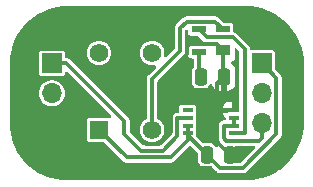
<source format=gtl>
%TF.GenerationSoftware,KiCad,Pcbnew,7.0.5*%
%TF.CreationDate,2024-02-18T08:35:53+02:00*%
%TF.ProjectId,Clock Push Button,436c6f63-6b20-4507-9573-682042757474,V1*%
%TF.SameCoordinates,PX6d01460PY32de760*%
%TF.FileFunction,Copper,L1,Top*%
%TF.FilePolarity,Positive*%
%FSLAX46Y46*%
G04 Gerber Fmt 4.6, Leading zero omitted, Abs format (unit mm)*
G04 Created by KiCad (PCBNEW 7.0.5) date 2024-02-18 08:35:53*
%MOMM*%
%LPD*%
G01*
G04 APERTURE LIST*
G04 Aperture macros list*
%AMRoundRect*
0 Rectangle with rounded corners*
0 $1 Rounding radius*
0 $2 $3 $4 $5 $6 $7 $8 $9 X,Y pos of 4 corners*
0 Add a 4 corners polygon primitive as box body*
4,1,4,$2,$3,$4,$5,$6,$7,$8,$9,$2,$3,0*
0 Add four circle primitives for the rounded corners*
1,1,$1+$1,$2,$3*
1,1,$1+$1,$4,$5*
1,1,$1+$1,$6,$7*
1,1,$1+$1,$8,$9*
0 Add four rect primitives between the rounded corners*
20,1,$1+$1,$2,$3,$4,$5,0*
20,1,$1+$1,$4,$5,$6,$7,0*
20,1,$1+$1,$6,$7,$8,$9,0*
20,1,$1+$1,$8,$9,$2,$3,0*%
G04 Aperture macros list end*
%TA.AperFunction,ComponentPad*%
%ADD10R,1.575000X1.575000*%
%TD*%
%TA.AperFunction,ComponentPad*%
%ADD11C,1.575000*%
%TD*%
%TA.AperFunction,SMDPad,CuDef*%
%ADD12R,0.950000X0.450000*%
%TD*%
%TA.AperFunction,SMDPad,CuDef*%
%ADD13R,1.310000X0.940000*%
%TD*%
%TA.AperFunction,SMDPad,CuDef*%
%ADD14R,1.310000X0.550000*%
%TD*%
%TA.AperFunction,SMDPad,CuDef*%
%ADD15RoundRect,0.250000X-0.250000X-0.475000X0.250000X-0.475000X0.250000X0.475000X-0.250000X0.475000X0*%
%TD*%
%TA.AperFunction,ComponentPad*%
%ADD16R,1.700000X1.700000*%
%TD*%
%TA.AperFunction,ComponentPad*%
%ADD17O,1.700000X1.700000*%
%TD*%
%TA.AperFunction,Conductor*%
%ADD18C,0.380000*%
%TD*%
G04 APERTURE END LIST*
D10*
%TO.P,S2,1,C1*%
%TO.N,/3.3V*%
X3998400Y-5637600D03*
D11*
%TO.P,S2,2,C2*%
%TO.N,unconnected-(S2-C2-Pad2)*%
X3998400Y862400D03*
%TO.P,S2,3,N1*%
%TO.N,Net-(IC2-IN)*%
X8498400Y-5637600D03*
%TO.P,S2,4,N2*%
%TO.N,unconnected-(S2-N2-Pad4)*%
X8498400Y862400D03*
%TD*%
D12*
%TO.P,IC3,1,CP*%
%TO.N,Net-(IC2-OUT)*%
X15460765Y-5928000D03*
%TO.P,IC3,2,D*%
%TO.N,/CLK*%
X15460765Y-5278000D03*
%TO.P,IC3,3,~{Q}*%
X15460765Y-4628000D03*
%TO.P,IC3,4,GND*%
%TO.N,/GND*%
X15460765Y-3978000D03*
%TO.P,IC3,5,Q*%
%TO.N,unconnected-(IC3-Q-Pad5)*%
X11510765Y-3978000D03*
%TO.P,IC3,6,~{RD}*%
%TO.N,/~{Reset}*%
X11510765Y-4628000D03*
%TO.P,IC3,7,~{SD}*%
%TO.N,/3.3V*%
X11510765Y-5278000D03*
%TO.P,IC3,8,3V*%
X11510765Y-5928000D03*
%TD*%
D13*
%TO.P,IC2,1,GND*%
%TO.N,/GND*%
X14467500Y1140000D03*
D14*
%TO.P,IC2,2,IN*%
%TO.N,Net-(IC2-IN)*%
X14467500Y2865000D03*
%TO.P,IC2,3,OUT*%
%TO.N,Net-(IC2-OUT)*%
X12467500Y2865000D03*
%TO.P,IC2,4,VCC*%
%TO.N,/3.3V*%
X12467500Y945000D03*
%TD*%
D15*
%TO.P,C2,1*%
%TO.N,/3.3V*%
X12653365Y-1143000D03*
%TO.P,C2,2*%
%TO.N,/GND*%
X14553365Y-1143000D03*
%TD*%
%TO.P,C1,1*%
%TO.N,/3.3V*%
X13163000Y-7747000D03*
%TO.P,C1,2*%
%TO.N,/GND*%
X15063000Y-7747000D03*
%TD*%
D16*
%TO.P,J1,1,Pin_1*%
%TO.N,/~{Reset}*%
X0Y0D03*
D17*
%TO.P,J1,2,Pin_2*%
%TO.N,unconnected-(J1-Pin_2-Pad2)*%
X0Y-2540000D03*
%TO.P,J1,3,Pin_3*%
%TO.N,/GND*%
X0Y-5080000D03*
%TD*%
D16*
%TO.P,J2,1,Pin_1*%
%TO.N,/3.3V*%
X17780000Y0D03*
D17*
%TO.P,J2,2,Pin_2*%
%TO.N,unconnected-(J2-Pin_2-Pad2)*%
X17780000Y-2540000D03*
%TO.P,J2,3,Pin_3*%
%TO.N,/CLK*%
X17780000Y-5080000D03*
%TD*%
D18*
%TO.N,/GND*%
X7320900Y-6125337D02*
X7320900Y-4907900D01*
X11422500Y762000D02*
X10065765Y-594735D01*
X7320900Y-4907900D02*
X1173000Y1240000D01*
X14467500Y1140000D02*
X13997500Y1610000D01*
X14467500Y1140000D02*
X14467500Y-1057135D01*
X15063000Y-7747000D02*
X14015765Y-6699765D01*
X9059900Y-6815100D02*
X8010663Y-6815100D01*
X1173000Y1240000D02*
X-1240000Y1240000D01*
X15460765Y-3978000D02*
X14605765Y-3978000D01*
X14015765Y-1680600D02*
X14553365Y-1143000D01*
X14564765Y-3937000D02*
X14015765Y-3937000D01*
X-1270000Y1210000D02*
X-1270000Y-3810000D01*
X14015765Y-3937000D02*
X14015765Y-1680600D01*
X14605765Y-3978000D02*
X14564765Y-3937000D01*
X-1270000Y-3810000D02*
X0Y-5080000D01*
X11422500Y1610000D02*
X11422500Y762000D01*
X10065765Y-594735D02*
X10065765Y-5809235D01*
X13997500Y1610000D02*
X11422500Y1610000D01*
X8010663Y-6815100D02*
X7320900Y-6125337D01*
X-1240000Y1240000D02*
X-1270000Y1210000D01*
X14015765Y-6699765D02*
X14015765Y-3937000D01*
X10065765Y-5809235D02*
X9059900Y-6815100D01*
%TO.N,/3.3V*%
X6335900Y-7975100D02*
X3998400Y-5637600D01*
X14278000Y-8862000D02*
X13163000Y-7747000D01*
X12467500Y945000D02*
X12467500Y-957135D01*
X16157000Y-8862000D02*
X14278000Y-8862000D01*
X11510765Y-5928000D02*
X11510765Y-5278000D01*
X19020000Y-1240000D02*
X19020000Y-5999000D01*
X10068665Y-7975100D02*
X6335900Y-7975100D01*
X17780000Y0D02*
X19020000Y-1240000D01*
X11510765Y-6533000D02*
X10068665Y-7975100D01*
X11510765Y-5928000D02*
X11510765Y-6094765D01*
X11510765Y-5928000D02*
X11510765Y-6533000D01*
X19020000Y-5999000D02*
X16157000Y-8862000D01*
X11510765Y-6094765D02*
X13163000Y-7747000D01*
%TO.N,Net-(IC2-IN)*%
X10842500Y2950000D02*
X11422500Y3530000D01*
X13802500Y3530000D02*
X14467500Y2865000D01*
X10842500Y1030000D02*
X10842500Y2950000D01*
X11422500Y3530000D02*
X13802500Y3530000D01*
X8498400Y-5637600D02*
X8498400Y-1314100D01*
X8498400Y-1314100D02*
X10842500Y1030000D01*
%TO.N,Net-(IC2-OUT)*%
X13142500Y2190000D02*
X15322500Y2190000D01*
X16325765Y-5918000D02*
X16315765Y-5928000D01*
X15322500Y2190000D02*
X16325765Y1186735D01*
X16325765Y1186735D02*
X16325765Y-5918000D01*
X16315765Y-5928000D02*
X15460765Y-5928000D01*
X12467500Y2865000D02*
X13142500Y2190000D01*
%TO.N,/CLK*%
X17780000Y-6350000D02*
X17780000Y-5080000D01*
X17587000Y-6543000D02*
X17780000Y-6350000D01*
X14770000Y-6543000D02*
X17587000Y-6543000D01*
X14595765Y-5288000D02*
X14595765Y-6368765D01*
X14595765Y-6368765D02*
X14770000Y-6543000D01*
X15460765Y-5278000D02*
X14605765Y-5278000D01*
X14605765Y-5278000D02*
X14595765Y-5288000D01*
X15460765Y-4628000D02*
X15460765Y-5278000D01*
%TO.N,/~{Reset}*%
X10645765Y-6176479D02*
X9427144Y-7395100D01*
X7590856Y-7395100D02*
X6151000Y-5955244D01*
X1230000Y0D02*
X0Y0D01*
X6151000Y-5955244D02*
X6151000Y-4921000D01*
X10645765Y-4638000D02*
X10645765Y-6176479D01*
X9427144Y-7395100D02*
X7590856Y-7395100D01*
X6151000Y-4921000D02*
X1230000Y0D01*
X11510765Y-4628000D02*
X10655765Y-4628000D01*
X10655765Y-4628000D02*
X10645765Y-4638000D01*
%TD*%
%TA.AperFunction,Conductor*%
%TO.N,/GND*%
G36*
X5019041Y-4412002D02*
G01*
X5052526Y-4473325D01*
X5047542Y-4543017D01*
X5005670Y-4598950D01*
X4940206Y-4623367D01*
X4895690Y-4616154D01*
X4895619Y-4616516D01*
X4885489Y-4614501D01*
X4883909Y-4614245D01*
X4883638Y-4614132D01*
X4810577Y-4599600D01*
X4810574Y-4599600D01*
X3186226Y-4599600D01*
X3186223Y-4599600D01*
X3113164Y-4614132D01*
X3113160Y-4614133D01*
X3030299Y-4669499D01*
X2974933Y-4752360D01*
X2974932Y-4752364D01*
X2960400Y-4825421D01*
X2960400Y-6449778D01*
X2974932Y-6522835D01*
X2974933Y-6522839D01*
X2974934Y-6522840D01*
X3030299Y-6605701D01*
X3083859Y-6641488D01*
X3113160Y-6661066D01*
X3113164Y-6661067D01*
X3186221Y-6675599D01*
X3186224Y-6675600D01*
X3186226Y-6675600D01*
X4362077Y-6675600D01*
X4429116Y-6695285D01*
X4449758Y-6711919D01*
X6004455Y-8266616D01*
X6009091Y-8271804D01*
X6026194Y-8293249D01*
X6032899Y-8301657D01*
X6073712Y-8329483D01*
X6079999Y-8333769D01*
X6081882Y-8335106D01*
X6127742Y-8368952D01*
X6127746Y-8368953D01*
X6135123Y-8372852D01*
X6142613Y-8376459D01*
X6142615Y-8376460D01*
X6170579Y-8385085D01*
X6197084Y-8393261D01*
X6199270Y-8393980D01*
X6253081Y-8412810D01*
X6253086Y-8412810D01*
X6261256Y-8414356D01*
X6269504Y-8415599D01*
X6269505Y-8415600D01*
X6326496Y-8415600D01*
X6328777Y-8415642D01*
X6385777Y-8417775D01*
X6395010Y-8416735D01*
X6395106Y-8417589D01*
X6410220Y-8415600D01*
X10040437Y-8415600D01*
X10047377Y-8415989D01*
X10077316Y-8419363D01*
X10085321Y-8420265D01*
X10085321Y-8420264D01*
X10085322Y-8420265D01*
X10141369Y-8409659D01*
X10143636Y-8409275D01*
X10199971Y-8400785D01*
X10207942Y-8398326D01*
X10215792Y-8395579D01*
X10215792Y-8395578D01*
X10215796Y-8395578D01*
X10266194Y-8368940D01*
X10268240Y-8367908D01*
X10319611Y-8343170D01*
X10319613Y-8343167D01*
X10326469Y-8338493D01*
X10333197Y-8333529D01*
X10337243Y-8329483D01*
X10373502Y-8293222D01*
X10375125Y-8291658D01*
X10416952Y-8252850D01*
X10416954Y-8252846D01*
X10422747Y-8245582D01*
X10423423Y-8246121D01*
X10432696Y-8234028D01*
X11642201Y-7024524D01*
X11703524Y-6991039D01*
X11773216Y-6996023D01*
X11817563Y-7024524D01*
X12376181Y-7583142D01*
X12409666Y-7644465D01*
X12412500Y-7670823D01*
X12412500Y-8269870D01*
X12412501Y-8269876D01*
X12418908Y-8329483D01*
X12469202Y-8464328D01*
X12469206Y-8464335D01*
X12555452Y-8579544D01*
X12555455Y-8579547D01*
X12670664Y-8665793D01*
X12670671Y-8665797D01*
X12715618Y-8682561D01*
X12805517Y-8716091D01*
X12865127Y-8722500D01*
X13460872Y-8722499D01*
X13464176Y-8722499D01*
X13531215Y-8742183D01*
X13551857Y-8758818D01*
X13946555Y-9153516D01*
X13951191Y-9158704D01*
X13967633Y-9179320D01*
X13974999Y-9188557D01*
X14022121Y-9220684D01*
X14023970Y-9221996D01*
X14027164Y-9224353D01*
X14069841Y-9255851D01*
X14077216Y-9259748D01*
X14084713Y-9263359D01*
X14084715Y-9263360D01*
X14139206Y-9280167D01*
X14141368Y-9280879D01*
X14195181Y-9299710D01*
X14195186Y-9299710D01*
X14203356Y-9301256D01*
X14211604Y-9302499D01*
X14211605Y-9302500D01*
X14268596Y-9302500D01*
X14270877Y-9302542D01*
X14327877Y-9304675D01*
X14337110Y-9303635D01*
X14337206Y-9304489D01*
X14352320Y-9302500D01*
X15494000Y-9302500D01*
X15494000Y-9909500D01*
X2286000Y-9909500D01*
X2285999Y-1678960D01*
X5019041Y-4412002D01*
G37*
%TD.AperFunction*%
%TA.AperFunction,Conductor*%
G36*
X15493999Y2598080D02*
G01*
X15461311Y2608163D01*
X15459122Y2608884D01*
X15457145Y2609575D01*
X15456015Y2609971D01*
X15399250Y2650707D01*
X15373519Y2715666D01*
X15373000Y2727002D01*
X15373000Y3164677D01*
X15372999Y3164679D01*
X15358467Y3237736D01*
X15358466Y3237740D01*
X15329265Y3281443D01*
X15303101Y3320601D01*
X15220240Y3375966D01*
X15220239Y3375967D01*
X15220235Y3375968D01*
X15147177Y3390500D01*
X15147174Y3390500D01*
X14616323Y3390500D01*
X14549284Y3410185D01*
X14528642Y3426819D01*
X14133943Y3821518D01*
X14129306Y3826706D01*
X14105499Y3856559D01*
X14058393Y3888676D01*
X14056503Y3890017D01*
X14011395Y3923307D01*
X14010657Y3923852D01*
X14010655Y3923853D01*
X14003294Y3927744D01*
X13995784Y3931361D01*
X13941318Y3948161D01*
X13939115Y3948886D01*
X13885319Y3967711D01*
X13877140Y3969259D01*
X13868899Y3970500D01*
X13868895Y3970500D01*
X13811904Y3970500D01*
X13809622Y3970543D01*
X13785561Y3971443D01*
X13752622Y3972676D01*
X13743390Y3971635D01*
X13743293Y3972490D01*
X13728180Y3970500D01*
X11450727Y3970500D01*
X11443788Y3970890D01*
X11429584Y3972490D01*
X11405844Y3975166D01*
X11349832Y3964568D01*
X11347547Y3964180D01*
X11291193Y3955686D01*
X11283238Y3953233D01*
X11275368Y3950478D01*
X11224993Y3923855D01*
X11222926Y3922812D01*
X11171553Y3898071D01*
X11164697Y3893397D01*
X11157964Y3888427D01*
X11117685Y3848148D01*
X11116017Y3846541D01*
X11074210Y3807749D01*
X11068419Y3800486D01*
X11067749Y3801020D01*
X11058468Y3788931D01*
X10550981Y3281443D01*
X10545794Y3276808D01*
X10515943Y3253002D01*
X10515941Y3253000D01*
X10483831Y3205904D01*
X10482491Y3204016D01*
X10448648Y3158159D01*
X10444748Y3150779D01*
X10441140Y3143285D01*
X10424341Y3088828D01*
X10423617Y3086628D01*
X10404790Y3032822D01*
X10403245Y3024660D01*
X10402000Y3016395D01*
X10402000Y2959405D01*
X10401957Y2957121D01*
X10401134Y2935131D01*
X10399824Y2900123D01*
X10400865Y2890890D01*
X10400008Y2890794D01*
X10402000Y2875681D01*
X10402000Y1263825D01*
X10382315Y1196786D01*
X10365681Y1176144D01*
X9729004Y539467D01*
X9667681Y505982D01*
X9597989Y510966D01*
X9542056Y552838D01*
X9517639Y618302D01*
X9521498Y652683D01*
X9520193Y652942D01*
X9521380Y658913D01*
X9521380Y658915D01*
X9521381Y658917D01*
X9541422Y862400D01*
X9521381Y1065883D01*
X9462027Y1261547D01*
X9462025Y1261550D01*
X9462025Y1261552D01*
X9365644Y1441867D01*
X9365642Y1441869D01*
X9365641Y1441872D01*
X9300152Y1521671D01*
X9235928Y1599929D01*
X9077873Y1729640D01*
X9077866Y1729645D01*
X8897551Y1826026D01*
X8701881Y1885382D01*
X8498400Y1905422D01*
X8294918Y1885382D01*
X8099248Y1826026D01*
X7918933Y1729645D01*
X7918926Y1729640D01*
X7760871Y1599929D01*
X7631160Y1441874D01*
X7631155Y1441867D01*
X7534774Y1261552D01*
X7475418Y1065882D01*
X7455378Y862401D01*
X7475418Y658919D01*
X7534774Y463249D01*
X7631155Y282934D01*
X7631160Y282927D01*
X7760871Y124872D01*
X7816850Y78932D01*
X7918928Y-4841D01*
X7918931Y-4842D01*
X7918933Y-4844D01*
X8099248Y-101225D01*
X8099250Y-101225D01*
X8099253Y-101227D01*
X8294917Y-160581D01*
X8498400Y-180622D01*
X8701883Y-160581D01*
X8701885Y-160580D01*
X8701887Y-160580D01*
X8707858Y-159393D01*
X8708332Y-161777D01*
X8767473Y-161225D01*
X8826602Y-198448D01*
X8856220Y-261730D01*
X8846923Y-330978D01*
X8821333Y-368204D01*
X8206881Y-982657D01*
X8201694Y-987292D01*
X8171843Y-1011098D01*
X8171841Y-1011100D01*
X8139731Y-1058196D01*
X8138391Y-1060084D01*
X8104548Y-1105941D01*
X8100648Y-1113321D01*
X8097040Y-1120815D01*
X8080241Y-1175272D01*
X8079517Y-1177472D01*
X8060690Y-1231278D01*
X8059145Y-1239440D01*
X8057900Y-1247705D01*
X8057900Y-1304695D01*
X8057857Y-1306979D01*
X8057034Y-1328969D01*
X8055724Y-1363977D01*
X8056765Y-1373210D01*
X8055908Y-1373306D01*
X8057900Y-1388419D01*
X8057900Y-4621753D01*
X8038215Y-4688792D01*
X7992355Y-4731110D01*
X7918926Y-4770359D01*
X7760871Y-4900071D01*
X7631160Y-5058126D01*
X7631155Y-5058133D01*
X7534774Y-5238448D01*
X7475418Y-5434118D01*
X7455378Y-5637599D01*
X7475418Y-5841081D01*
X7534774Y-6036751D01*
X7631155Y-6217066D01*
X7631160Y-6217073D01*
X7760871Y-6375128D01*
X7851833Y-6449778D01*
X7918928Y-6504841D01*
X7918931Y-6504842D01*
X7918933Y-6504844D01*
X8099248Y-6601225D01*
X8099250Y-6601225D01*
X8099253Y-6601227D01*
X8294917Y-6660581D01*
X8498400Y-6680622D01*
X8701883Y-6660581D01*
X8897547Y-6601227D01*
X9077872Y-6504841D01*
X9235928Y-6375128D01*
X9365641Y-6217072D01*
X9431133Y-6094545D01*
X9462025Y-6036751D01*
X9462025Y-6036750D01*
X9462027Y-6036747D01*
X9521381Y-5841083D01*
X9541422Y-5637600D01*
X9521381Y-5434117D01*
X9462027Y-5238453D01*
X9462025Y-5238450D01*
X9462025Y-5238448D01*
X9365644Y-5058133D01*
X9365642Y-5058131D01*
X9365641Y-5058128D01*
X9311858Y-4992593D01*
X9235928Y-4900071D01*
X9077873Y-4770360D01*
X9077866Y-4770354D01*
X9004446Y-4731111D01*
X8954601Y-4682149D01*
X8938899Y-4621753D01*
X8938899Y-3253000D01*
X8938899Y-1547918D01*
X8958584Y-1480883D01*
X8975213Y-1460246D01*
X11134028Y698569D01*
X11139196Y703188D01*
X11169057Y726999D01*
X11201194Y774138D01*
X11202482Y775954D01*
X11236352Y821843D01*
X11236353Y821845D01*
X11240243Y829206D01*
X11243856Y836711D01*
X11243860Y836715D01*
X11260661Y891189D01*
X11261385Y893386D01*
X11280210Y947181D01*
X11280210Y947188D01*
X11281756Y955358D01*
X11282997Y963597D01*
X11283000Y963605D01*
X11282999Y1020595D01*
X11283041Y1022880D01*
X11285175Y1079877D01*
X11285174Y1079878D01*
X11284135Y1089107D01*
X11284988Y1089204D01*
X11283000Y1104318D01*
X11283000Y2716178D01*
X11302685Y2783217D01*
X11319312Y2803853D01*
X11350321Y2834862D01*
X11411640Y2868345D01*
X11481332Y2863361D01*
X11537266Y2821491D01*
X11561684Y2756027D01*
X11562000Y2747179D01*
X11562000Y2565322D01*
X11576532Y2492265D01*
X11576533Y2492261D01*
X11576534Y2492260D01*
X11631899Y2409399D01*
X11714760Y2354034D01*
X11714764Y2354033D01*
X11787821Y2339501D01*
X11787824Y2339500D01*
X11787826Y2339500D01*
X12318677Y2339500D01*
X12385716Y2319815D01*
X12406358Y2303181D01*
X12811055Y1898484D01*
X12815691Y1893296D01*
X12832451Y1872280D01*
X12839499Y1863443D01*
X12886621Y1831316D01*
X12888470Y1830004D01*
X12893859Y1826027D01*
X12934341Y1796149D01*
X12941716Y1792252D01*
X12949213Y1788641D01*
X12949215Y1788640D01*
X13003706Y1771833D01*
X13005868Y1771121D01*
X13059681Y1752290D01*
X13059686Y1752290D01*
X13067856Y1750744D01*
X13076104Y1749501D01*
X13076105Y1749500D01*
X13133095Y1749500D01*
X13135379Y1749458D01*
X13192377Y1747325D01*
X13192378Y1747326D01*
X13193135Y1747297D01*
X13259392Y1725120D01*
X13303141Y1670643D01*
X13312500Y1623384D01*
X13312500Y1588710D01*
X13292815Y1521671D01*
X13240011Y1475916D01*
X13170853Y1465972D01*
X13164312Y1467092D01*
X13147176Y1470500D01*
X13147174Y1470500D01*
X11787826Y1470500D01*
X11787823Y1470500D01*
X11714764Y1455968D01*
X11714760Y1455967D01*
X11631899Y1400601D01*
X11576533Y1317740D01*
X11576532Y1317736D01*
X11562000Y1244679D01*
X11562000Y645322D01*
X11576532Y572265D01*
X11576533Y572261D01*
X11576534Y572260D01*
X11631899Y489399D01*
X11685034Y453896D01*
X11714760Y434034D01*
X11714764Y434033D01*
X11787821Y419501D01*
X11787824Y419500D01*
X11787826Y419500D01*
X11903000Y419500D01*
X11970039Y399815D01*
X12015794Y347011D01*
X12027000Y295500D01*
X12026999Y-294320D01*
X12007314Y-361360D01*
X12002267Y-368629D01*
X11959570Y-425665D01*
X11959567Y-425671D01*
X11909273Y-560517D01*
X11902866Y-620116D01*
X11902865Y-620135D01*
X11902865Y-1665870D01*
X11902866Y-1665876D01*
X11909273Y-1725483D01*
X11959567Y-1860328D01*
X11959571Y-1860335D01*
X12045817Y-1975544D01*
X12045820Y-1975547D01*
X12161029Y-2061793D01*
X12161036Y-2061797D01*
X12205983Y-2078561D01*
X12295882Y-2112091D01*
X12355492Y-2118500D01*
X12951237Y-2118499D01*
X13010848Y-2112091D01*
X13145696Y-2061796D01*
X13260911Y-1975546D01*
X13347161Y-1860331D01*
X13354545Y-1840532D01*
X13396415Y-1784598D01*
X13461879Y-1760179D01*
X13530152Y-1775029D01*
X13579559Y-1824433D01*
X13588434Y-1844859D01*
X13619006Y-1937119D01*
X13619008Y-1937124D01*
X13711049Y-2086345D01*
X13835019Y-2210315D01*
X13984240Y-2302356D01*
X13984245Y-2302358D01*
X14150667Y-2357505D01*
X14150674Y-2357506D01*
X14253384Y-2367999D01*
X14303364Y-2367998D01*
X14303365Y-2367998D01*
X14303365Y-1017000D01*
X14323050Y-949961D01*
X14375854Y-904206D01*
X14427365Y-893000D01*
X14679365Y-893000D01*
X14746404Y-912685D01*
X14792159Y-965489D01*
X14803365Y-1017000D01*
X14803365Y-2367999D01*
X14853337Y-2367999D01*
X14853351Y-2367998D01*
X14956062Y-2357505D01*
X15122484Y-2302358D01*
X15122489Y-2302356D01*
X15271710Y-2210315D01*
X15395680Y-2086345D01*
X15487721Y-1937124D01*
X15487723Y-1937119D01*
X15494000Y-1918176D01*
X15494000Y-4152500D01*
X14961089Y-4152500D01*
X14888024Y-4167033D01*
X14865471Y-4182103D01*
X14798793Y-4202980D01*
X14796582Y-4203000D01*
X14485765Y-4203000D01*
X14485765Y-4250844D01*
X14492166Y-4310372D01*
X14492168Y-4310379D01*
X14542410Y-4445086D01*
X14542412Y-4445088D01*
X14628574Y-4560186D01*
X14628579Y-4560191D01*
X14685575Y-4602859D01*
X14727446Y-4658792D01*
X14735264Y-4702110D01*
X14735265Y-4710531D01*
X14715588Y-4777573D01*
X14662790Y-4823334D01*
X14597385Y-4833767D01*
X14589108Y-4832834D01*
X14533112Y-4843430D01*
X14530827Y-4843818D01*
X14474457Y-4852315D01*
X14466523Y-4854762D01*
X14458632Y-4857523D01*
X14408260Y-4884145D01*
X14406192Y-4885189D01*
X14354816Y-4909931D01*
X14347971Y-4914597D01*
X14341230Y-4919573D01*
X14304245Y-4956557D01*
X14299059Y-4961192D01*
X14269207Y-4984999D01*
X14269205Y-4985001D01*
X14268955Y-4985369D01*
X14262761Y-4992593D01*
X14263264Y-4992994D01*
X14257475Y-5000253D01*
X14251273Y-5010993D01*
X14248811Y-5014912D01*
X14237096Y-5032097D01*
X14235753Y-5033990D01*
X14201912Y-5079844D01*
X14198013Y-5087221D01*
X14194405Y-5094715D01*
X14177606Y-5149172D01*
X14176882Y-5151372D01*
X14158055Y-5205178D01*
X14156510Y-5213340D01*
X14155265Y-5221605D01*
X14155265Y-5278595D01*
X14155222Y-5280879D01*
X14154399Y-5302869D01*
X14153089Y-5337877D01*
X14154130Y-5347110D01*
X14153273Y-5347206D01*
X14155265Y-5362319D01*
X14155265Y-6340536D01*
X14154875Y-6347484D01*
X14150599Y-6385421D01*
X14152264Y-6394219D01*
X14161203Y-6441463D01*
X14161586Y-6443717D01*
X14170080Y-6500070D01*
X14172546Y-6508066D01*
X14175286Y-6515895D01*
X14201910Y-6566269D01*
X14202955Y-6568339D01*
X14227695Y-6619713D01*
X14232363Y-6626560D01*
X14239237Y-6635873D01*
X14240654Y-6639754D01*
X14241025Y-6640276D01*
X14241666Y-6641488D01*
X14241349Y-6641655D01*
X14263209Y-6701501D01*
X14247895Y-6769672D01*
X14227153Y-6797185D01*
X14220685Y-6803653D01*
X14220684Y-6803653D01*
X14128643Y-6952875D01*
X14128642Y-6952878D01*
X14098069Y-7045141D01*
X14058296Y-7102585D01*
X13993780Y-7129408D01*
X13925004Y-7117093D01*
X13873804Y-7069549D01*
X13864181Y-7049468D01*
X13856798Y-7029673D01*
X13856793Y-7029664D01*
X13770547Y-6914455D01*
X13770544Y-6914452D01*
X13655335Y-6828206D01*
X13655328Y-6828202D01*
X13520486Y-6777910D01*
X13520485Y-6777909D01*
X13520483Y-6777909D01*
X13460873Y-6771500D01*
X13460864Y-6771500D01*
X12861823Y-6771500D01*
X12794784Y-6751815D01*
X12774142Y-6735181D01*
X12272583Y-6233622D01*
X12239098Y-6172299D01*
X12236265Y-6145950D01*
X12236265Y-5678326D01*
X12228755Y-5640571D01*
X12226094Y-5627190D01*
X12226094Y-5578807D01*
X12236265Y-5527676D01*
X12236265Y-5028325D01*
X12227720Y-4985369D01*
X12226093Y-4977188D01*
X12226093Y-4928811D01*
X12236265Y-4877674D01*
X12236265Y-4378326D01*
X12226093Y-4327188D01*
X12226093Y-4278811D01*
X12236265Y-4227674D01*
X12236265Y-3753000D01*
X14485765Y-3753000D01*
X15235765Y-3753000D01*
X15235765Y-3253000D01*
X14937920Y-3253000D01*
X14878392Y-3259401D01*
X14878385Y-3259403D01*
X14743678Y-3309645D01*
X14743671Y-3309649D01*
X14628577Y-3395809D01*
X14628574Y-3395812D01*
X14542414Y-3510906D01*
X14542410Y-3510913D01*
X14492168Y-3645620D01*
X14492166Y-3645627D01*
X14485765Y-3705155D01*
X14485765Y-3753000D01*
X12236265Y-3753000D01*
X12236265Y-3728326D01*
X12236265Y-3728325D01*
X12236265Y-3728323D01*
X12236264Y-3728321D01*
X12221732Y-3655264D01*
X12221731Y-3655260D01*
X12221731Y-3655259D01*
X12166366Y-3572399D01*
X12083505Y-3517034D01*
X12083504Y-3517033D01*
X12083500Y-3517032D01*
X12010442Y-3502500D01*
X12010439Y-3502500D01*
X11011091Y-3502500D01*
X11011088Y-3502500D01*
X10938029Y-3517032D01*
X10938025Y-3517033D01*
X10855164Y-3572399D01*
X10799798Y-3655260D01*
X10799797Y-3655264D01*
X10785265Y-3728321D01*
X10785265Y-4060546D01*
X10765580Y-4127585D01*
X10712776Y-4173340D01*
X10647385Y-4183767D01*
X10639108Y-4182834D01*
X10583112Y-4193430D01*
X10580827Y-4193818D01*
X10524457Y-4202315D01*
X10516523Y-4204762D01*
X10508632Y-4207523D01*
X10458260Y-4234145D01*
X10456192Y-4235189D01*
X10404816Y-4259931D01*
X10397971Y-4264597D01*
X10391230Y-4269573D01*
X10354245Y-4306557D01*
X10349059Y-4311192D01*
X10319207Y-4334999D01*
X10319205Y-4335001D01*
X10318955Y-4335369D01*
X10312761Y-4342593D01*
X10313264Y-4342994D01*
X10307475Y-4350253D01*
X10301273Y-4360993D01*
X10298811Y-4364912D01*
X10287096Y-4382097D01*
X10285753Y-4383990D01*
X10251912Y-4429844D01*
X10248013Y-4437221D01*
X10244405Y-4444715D01*
X10227606Y-4499172D01*
X10226882Y-4501372D01*
X10208055Y-4555178D01*
X10206510Y-4563340D01*
X10205265Y-4571605D01*
X10205265Y-4628595D01*
X10205222Y-4630879D01*
X10204399Y-4652869D01*
X10203089Y-4687877D01*
X10204130Y-4697110D01*
X10203273Y-4697206D01*
X10205265Y-4712319D01*
X10205264Y-5942655D01*
X10185579Y-6009695D01*
X10168945Y-6030336D01*
X9281002Y-6918281D01*
X9219679Y-6951766D01*
X9193321Y-6954600D01*
X7824679Y-6954600D01*
X7757640Y-6934915D01*
X7736998Y-6918281D01*
X6627819Y-5809101D01*
X6594334Y-5747778D01*
X6591500Y-5721420D01*
X6591500Y-4949228D01*
X6591890Y-4942280D01*
X6593409Y-4928805D01*
X6596165Y-4904343D01*
X6585560Y-4848302D01*
X6585175Y-4846028D01*
X6583187Y-4832835D01*
X6576685Y-4789694D01*
X6576683Y-4789690D01*
X6574228Y-4781730D01*
X6571479Y-4773875D01*
X6571478Y-4773869D01*
X6544841Y-4723470D01*
X6543808Y-4721423D01*
X6519068Y-4670050D01*
X6514403Y-4663207D01*
X6509428Y-4656467D01*
X6509427Y-4656467D01*
X6469115Y-4616154D01*
X6467539Y-4614517D01*
X6428750Y-4572713D01*
X6421482Y-4566917D01*
X6422017Y-4566245D01*
X6409926Y-4556965D01*
X2285999Y-433038D01*
X2285999Y862401D01*
X2955378Y862401D01*
X2975418Y658919D01*
X3034774Y463249D01*
X3131155Y282934D01*
X3131160Y282927D01*
X3260871Y124872D01*
X3316850Y78932D01*
X3418928Y-4841D01*
X3418931Y-4842D01*
X3418933Y-4844D01*
X3599248Y-101225D01*
X3599250Y-101225D01*
X3599253Y-101227D01*
X3794917Y-160581D01*
X3998400Y-180622D01*
X4201883Y-160581D01*
X4397547Y-101227D01*
X4577872Y-4841D01*
X4735928Y124872D01*
X4865641Y282928D01*
X4932658Y408307D01*
X4962025Y463249D01*
X4962025Y463250D01*
X4962027Y463253D01*
X5021381Y658917D01*
X5041422Y862400D01*
X5021381Y1065883D01*
X4962027Y1261547D01*
X4962025Y1261550D01*
X4962025Y1261552D01*
X4865644Y1441867D01*
X4865642Y1441869D01*
X4865641Y1441872D01*
X4800152Y1521671D01*
X4735928Y1599929D01*
X4577873Y1729640D01*
X4577866Y1729645D01*
X4397551Y1826026D01*
X4201881Y1885382D01*
X3998400Y1905422D01*
X3794918Y1885382D01*
X3599248Y1826026D01*
X3418933Y1729645D01*
X3418926Y1729640D01*
X3260871Y1599929D01*
X3131160Y1441874D01*
X3131155Y1441867D01*
X3034774Y1261552D01*
X2975418Y1065882D01*
X2955378Y862401D01*
X2285999Y862401D01*
X2285999Y4829501D01*
X15493999Y4829501D01*
X15493999Y2598080D01*
G37*
%TD.AperFunction*%
%TA.AperFunction,Conductor*%
G36*
X15494000Y-367822D02*
G01*
X15487723Y-348880D01*
X15487721Y-348875D01*
X15395680Y-199654D01*
X15271709Y-75683D01*
X15271705Y-75680D01*
X15217066Y-41978D01*
X15170341Y9970D01*
X15159120Y78932D01*
X15186963Y143014D01*
X15238830Y179742D01*
X15364586Y226646D01*
X15364593Y226650D01*
X15479686Y312809D01*
X15494000Y331930D01*
X15494000Y-367822D01*
G37*
%TD.AperFunction*%
%TD*%
%TA.AperFunction,Conductor*%
%TO.N,/GND*%
G36*
X2285999Y-433038D02*
G01*
X1561443Y291518D01*
X1556806Y296706D01*
X1532999Y326559D01*
X1485893Y358676D01*
X1484003Y360017D01*
X1455605Y380975D01*
X1438157Y393852D01*
X1438155Y393853D01*
X1430794Y397744D01*
X1423284Y401361D01*
X1368818Y418161D01*
X1366615Y418886D01*
X1312819Y437711D01*
X1304640Y439259D01*
X1296399Y440500D01*
X1296395Y440500D01*
X1239403Y440500D01*
X1237126Y440543D01*
X1227346Y440909D01*
X1219856Y441189D01*
X1153601Y463370D01*
X1109856Y517851D01*
X1100500Y565102D01*
X1100500Y874677D01*
X1100499Y874679D01*
X1085967Y947736D01*
X1085966Y947740D01*
X1085965Y947741D01*
X1030601Y1030601D01*
X947740Y1085966D01*
X947739Y1085967D01*
X947735Y1085968D01*
X874677Y1100500D01*
X874674Y1100500D01*
X-874674Y1100500D01*
X-874677Y1100500D01*
X-947736Y1085968D01*
X-947740Y1085967D01*
X-1030601Y1030601D01*
X-1085967Y947740D01*
X-1085968Y947736D01*
X-1100500Y874679D01*
X-1100500Y-874678D01*
X-1085968Y-947735D01*
X-1085967Y-947739D01*
X-1085966Y-947740D01*
X-1030601Y-1030601D01*
X-947740Y-1085966D01*
X-947736Y-1085967D01*
X-874679Y-1100499D01*
X-874676Y-1100500D01*
X-874674Y-1100500D01*
X874676Y-1100500D01*
X874677Y-1100499D01*
X947740Y-1085966D01*
X1030601Y-1030601D01*
X1085966Y-947740D01*
X1100500Y-874674D01*
X1100500Y-792823D01*
X1120185Y-725784D01*
X1172989Y-680029D01*
X1242147Y-670085D01*
X1305703Y-699110D01*
X1312180Y-705141D01*
X2286000Y-1678960D01*
X2286000Y-9909500D01*
X1271350Y-9909500D01*
X1268646Y-9909441D01*
X864690Y-9891805D01*
X851780Y-9891241D01*
X846390Y-9890770D01*
X434055Y-9836485D01*
X428726Y-9835545D01*
X22671Y-9745524D01*
X17444Y-9744124D01*
X-379205Y-9619061D01*
X-384283Y-9617213D01*
X-768538Y-9458050D01*
X-773435Y-9455767D01*
X-1142366Y-9263713D01*
X-1147030Y-9261019D01*
X-1497808Y-9037549D01*
X-1502234Y-9034450D01*
X-1536648Y-9008043D01*
X-1832202Y-8781256D01*
X-1836337Y-8777786D01*
X-2142977Y-8496802D01*
X-2146803Y-8492976D01*
X-2427787Y-8186336D01*
X-2431255Y-8182204D01*
X-2684453Y-7852230D01*
X-2687547Y-7847811D01*
X-2911025Y-7497022D01*
X-2913710Y-7492373D01*
X-3105773Y-7123424D01*
X-3108051Y-7118537D01*
X-3267219Y-6734270D01*
X-3269062Y-6729204D01*
X-3394129Y-6332540D01*
X-3395525Y-6327328D01*
X-3485546Y-5921273D01*
X-3486484Y-5915957D01*
X-3540773Y-5503591D01*
X-3541242Y-5498238D01*
X-3559445Y-5081308D01*
X-3559502Y-5078690D01*
X-3559502Y-5035832D01*
X-3559502Y-2540000D01*
X-1105215Y-2540000D01*
X-1086398Y-2743082D01*
X-1030583Y-2939247D01*
X-1030578Y-2939260D01*
X-939673Y-3121821D01*
X-816763Y-3284581D01*
X-666042Y-3421980D01*
X-666040Y-3421982D01*
X-566859Y-3483392D01*
X-492637Y-3529348D01*
X-302456Y-3603024D01*
X-101976Y-3640500D01*
X-101974Y-3640500D01*
X101974Y-3640500D01*
X101976Y-3640500D01*
X302456Y-3603024D01*
X492637Y-3529348D01*
X666041Y-3421981D01*
X816764Y-3284579D01*
X939673Y-3121821D01*
X1030582Y-2939250D01*
X1086397Y-2743083D01*
X1105215Y-2540000D01*
X1086397Y-2336917D01*
X1030582Y-2140750D01*
X939673Y-1958179D01*
X816764Y-1795421D01*
X816762Y-1795418D01*
X666041Y-1658019D01*
X666039Y-1658017D01*
X492642Y-1550655D01*
X492635Y-1550651D01*
X397546Y-1513814D01*
X302456Y-1476976D01*
X101976Y-1439500D01*
X-101976Y-1439500D01*
X-302456Y-1476976D01*
X-302459Y-1476976D01*
X-302459Y-1476977D01*
X-492636Y-1550651D01*
X-492643Y-1550655D01*
X-666040Y-1658017D01*
X-666042Y-1658019D01*
X-816763Y-1795418D01*
X-939673Y-1958178D01*
X-1030578Y-2140739D01*
X-1030583Y-2140752D01*
X-1086398Y-2336917D01*
X-1105215Y-2539999D01*
X-1105215Y-2540000D01*
X-3559502Y-2540000D01*
X-3559502Y-1307D01*
X-3559445Y1305D01*
X-3541240Y418239D01*
X-3540771Y423588D01*
X-3486480Y835972D01*
X-3485544Y841275D01*
X-3395522Y1247342D01*
X-3394134Y1252521D01*
X-3269057Y1649217D01*
X-3267214Y1654279D01*
X-3108038Y2038562D01*
X-3105775Y2043414D01*
X-2913703Y2412382D01*
X-2911030Y2417011D01*
X-2687539Y2767821D01*
X-2684460Y2772219D01*
X-2431247Y3102214D01*
X-2427788Y3106335D01*
X-2146791Y3412988D01*
X-2142988Y3416791D01*
X-1836335Y3697788D01*
X-1832214Y3701247D01*
X-1502219Y3954460D01*
X-1497821Y3957539D01*
X-1147011Y4181030D01*
X-1142382Y4183703D01*
X-773414Y4375775D01*
X-768562Y4378038D01*
X-384279Y4537214D01*
X-379217Y4539057D01*
X17479Y4664134D01*
X22658Y4665522D01*
X428735Y4755546D01*
X434028Y4756480D01*
X846412Y4810771D01*
X851761Y4811240D01*
X1268648Y4829441D01*
X1271353Y4829500D01*
X1365524Y4829500D01*
X1365533Y4829501D01*
X2286000Y4829501D01*
X2285999Y-433038D01*
G37*
%TD.AperFunction*%
%TD*%
%TA.AperFunction,Conductor*%
%TO.N,/GND*%
G36*
X16511353Y4829442D02*
G01*
X16928237Y4811241D01*
X16933590Y4810772D01*
X17345957Y4756483D01*
X17351273Y4755545D01*
X17757328Y4665524D01*
X17762540Y4664128D01*
X18159209Y4539059D01*
X18164290Y4537210D01*
X18548553Y4378043D01*
X18553423Y4375772D01*
X18922372Y4183709D01*
X18927021Y4181024D01*
X19277810Y3957546D01*
X19282232Y3954450D01*
X19612198Y3701259D01*
X19616343Y3697780D01*
X19922976Y3416803D01*
X19926802Y3412977D01*
X20207779Y3106344D01*
X20211258Y3102199D01*
X20464449Y2772233D01*
X20467548Y2767807D01*
X20691018Y2417029D01*
X20693712Y2412365D01*
X20861071Y2090872D01*
X20885762Y2043442D01*
X20888049Y2038538D01*
X21047209Y1654290D01*
X21049060Y1649205D01*
X21174123Y1252556D01*
X21175523Y1247329D01*
X21265544Y841274D01*
X21266484Y835945D01*
X21320769Y423609D01*
X21321241Y418218D01*
X21339441Y1354D01*
X21339500Y-1350D01*
X21339500Y-5078646D01*
X21339441Y-5081350D01*
X21321240Y-5498215D01*
X21320768Y-5503606D01*
X21266483Y-5915945D01*
X21265543Y-5921274D01*
X21175525Y-6327322D01*
X21174125Y-6332549D01*
X21049059Y-6729205D01*
X21047208Y-6734290D01*
X20888048Y-7118536D01*
X20885761Y-7123440D01*
X20693719Y-7492351D01*
X20691013Y-7497037D01*
X20467553Y-7847798D01*
X20464449Y-7852231D01*
X20211258Y-8182197D01*
X20207779Y-8186342D01*
X19926801Y-8492975D01*
X19922975Y-8496801D01*
X19616342Y-8777779D01*
X19612197Y-8781258D01*
X19282231Y-9034449D01*
X19277798Y-9037553D01*
X18927037Y-9261013D01*
X18922353Y-9263717D01*
X18626916Y-9417511D01*
X18553440Y-9455761D01*
X18548536Y-9458048D01*
X18164290Y-9617208D01*
X18159205Y-9619059D01*
X17762549Y-9744125D01*
X17757322Y-9745525D01*
X17351274Y-9835543D01*
X17345945Y-9836483D01*
X16933606Y-9890768D01*
X16928215Y-9891240D01*
X16511351Y-9909441D01*
X16508647Y-9909500D01*
X15493999Y-9909500D01*
X15493999Y-9302500D01*
X16128772Y-9302500D01*
X16135712Y-9302889D01*
X16165651Y-9306263D01*
X16173656Y-9307165D01*
X16173656Y-9307164D01*
X16173657Y-9307165D01*
X16229704Y-9296559D01*
X16231971Y-9296175D01*
X16288306Y-9287685D01*
X16296277Y-9285226D01*
X16304127Y-9282479D01*
X16304127Y-9282478D01*
X16304131Y-9282478D01*
X16354529Y-9255840D01*
X16356575Y-9254808D01*
X16407946Y-9230070D01*
X16407948Y-9230067D01*
X16414804Y-9225393D01*
X16421532Y-9220429D01*
X16461837Y-9180122D01*
X16463460Y-9178558D01*
X16505287Y-9139750D01*
X16505289Y-9139746D01*
X16511082Y-9132482D01*
X16511758Y-9133021D01*
X16521031Y-9120928D01*
X19311528Y-6330431D01*
X19316696Y-6325812D01*
X19346557Y-6302001D01*
X19378684Y-6254877D01*
X19379986Y-6253042D01*
X19413852Y-6207158D01*
X19413853Y-6207156D01*
X19417741Y-6199798D01*
X19421359Y-6192287D01*
X19426525Y-6175539D01*
X19438166Y-6137796D01*
X19438881Y-6135625D01*
X19457710Y-6081819D01*
X19457710Y-6081813D01*
X19459254Y-6073655D01*
X19460500Y-6065394D01*
X19460500Y-6008403D01*
X19460542Y-6006121D01*
X19462675Y-5949123D01*
X19462674Y-5949122D01*
X19461635Y-5939894D01*
X19462492Y-5939797D01*
X19460500Y-5924689D01*
X19460500Y-1268227D01*
X19460889Y-1261289D01*
X19465165Y-1223344D01*
X19454556Y-1167279D01*
X19454177Y-1165040D01*
X19445685Y-1108694D01*
X19445684Y-1108691D01*
X19443231Y-1100738D01*
X19440479Y-1092875D01*
X19440478Y-1092869D01*
X19413841Y-1042470D01*
X19412808Y-1040423D01*
X19388068Y-989050D01*
X19383403Y-982207D01*
X19378428Y-975467D01*
X19338121Y-935160D01*
X19336539Y-933517D01*
X19297750Y-891713D01*
X19290482Y-885917D01*
X19291017Y-885245D01*
X19278926Y-875965D01*
X18916819Y-513858D01*
X18883334Y-452535D01*
X18880500Y-426177D01*
X18880500Y874677D01*
X18880499Y874679D01*
X18865967Y947736D01*
X18865966Y947740D01*
X18844898Y979271D01*
X18810601Y1030601D01*
X18727740Y1085966D01*
X18727739Y1085967D01*
X18727735Y1085968D01*
X18654677Y1100500D01*
X18654674Y1100500D01*
X16905326Y1100500D01*
X16899234Y1100500D01*
X16899234Y1101676D01*
X16836746Y1113532D01*
X16786040Y1161602D01*
X16771410Y1200856D01*
X16762616Y1247329D01*
X16760325Y1259433D01*
X16759940Y1261707D01*
X16751450Y1318041D01*
X16751448Y1318045D01*
X16748993Y1326005D01*
X16746244Y1333860D01*
X16746243Y1333866D01*
X16719606Y1384265D01*
X16718573Y1386312D01*
X16693833Y1437685D01*
X16689168Y1444528D01*
X16684193Y1451268D01*
X16684192Y1451268D01*
X16643886Y1491575D01*
X16642304Y1493218D01*
X16603515Y1535022D01*
X16596247Y1540818D01*
X16596782Y1541490D01*
X16584691Y1550770D01*
X15653943Y2481518D01*
X15649306Y2486706D01*
X15625499Y2516559D01*
X15578393Y2548676D01*
X15576503Y2550017D01*
X15548105Y2570975D01*
X15530657Y2583852D01*
X15530655Y2583853D01*
X15523294Y2587744D01*
X15515787Y2591359D01*
X15515785Y2591360D01*
X15493999Y2598081D01*
X15493999Y4829501D01*
X16508649Y4829501D01*
X16511353Y4829442D01*
G37*
%TD.AperFunction*%
%TA.AperFunction,Conductor*%
G36*
X17180216Y-7003185D02*
G01*
X17225971Y-7055989D01*
X17235915Y-7125147D01*
X17206890Y-7188703D01*
X17200858Y-7195181D01*
X16010858Y-8385181D01*
X15949535Y-8418666D01*
X15923177Y-8421500D01*
X15493999Y-8421500D01*
X15493999Y-6983500D01*
X17113177Y-6983500D01*
X17180216Y-7003185D01*
G37*
%TD.AperFunction*%
%TA.AperFunction,Conductor*%
G36*
X15686147Y1203392D02*
G01*
X15848945Y1040594D01*
X15882430Y979271D01*
X15885264Y952913D01*
X15885265Y-4028500D01*
X15865580Y-4095539D01*
X15812776Y-4141294D01*
X15761265Y-4152500D01*
X15493999Y-4152500D01*
X15493999Y1395540D01*
X15686147Y1203392D01*
G37*
%TD.AperFunction*%
%TD*%
M02*

</source>
